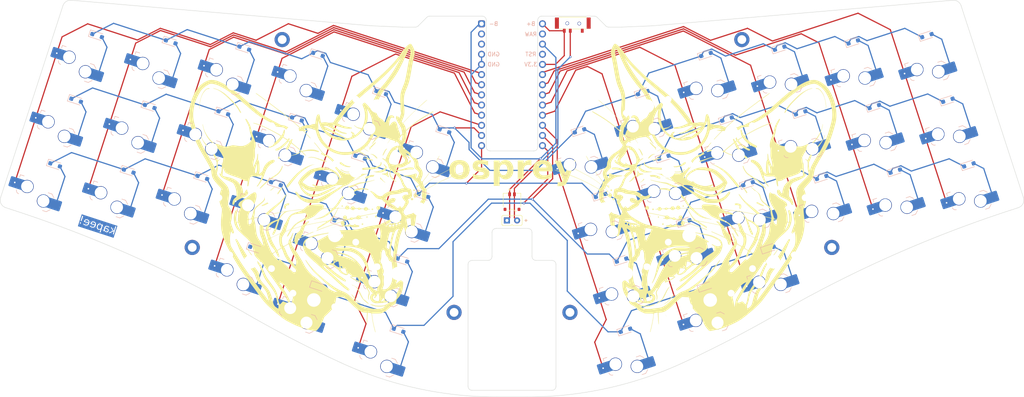
<source format=kicad_pcb>
(kicad_pcb (version 20221018) (generator pcbnew)
  (layers (0 "F.Cu" signal) (31 "B.Cu" signal) (34 "B.Paste" user) (35 "F.Paste" user) (36 "B.SilkS" user "B.Silkscreen") (37 "F.SilkS" user "F.Silkscreen") (38 "B.Mask" user) (39 "F.Mask" user) (44 "Edge.Cuts" user))
  (net 0 "")
  (net 1 "GND")
  (net 2 "Net-(D1-A)")
  (net 3 "Net-(D2-A)")
  (net 4 "Net-(D3-A)")
  (net 5 "Net-(D4-A)")
  (net 6 "Net-(D5-A)")
  (net 7 "Net-(D6-A)")
  (net 8 "Net-(D7-A)")
  (net 9 "Net-(D8-A)")
  (net 10 "Net-(D9-A)")
  (net 11 "Net-(D10-A)")
  (net 12 "Net-(D11-A)")
  (net 13 "Net-(D12-A)")
  (net 14 "Net-(D13-A)")
  (net 15 "Net-(D14-A)")
  (net 16 "Net-(D15-A)")
  (net 17 "Net-(D16-A)")
  (net 18 "Net-(D17-A)")
  (net 19 "Net-(D18-A)")
  (net 20 "Net-(D19-A)")
  (net 21 "Net-(D20-A)")
  (net 22 "Net-(D21-A)")
  (net 23 "Net-(D22-A)")
  (net 24 "Net-(D23-A)")
  (net 25 "Net-(D24-A)")
  (net 26 "Net-(D25-A)")
  (net 27 "Net-(D26-A)")
  (net 28 "Net-(D27-A)")
  (net 29 "Net-(D28-A)")
  (net 30 "Net-(D29-A)")
  (net 31 "Net-(D30-A)")
  (net 32 "Net-(D31-A)")
  (net 33 "Net-(D32-A)")
  (net 34 "Net-(D33-A)")
  (net 35 "Net-(D34-A)")
  (net 36 "Net-(D35-A)")
  (net 37 "Net-(D36-A)")
  (net 38 "Net-(D37-A)")
  (net 39 "Net-(D38-A)")
  (net 40 "Net-(D39-A)")
  (net 41 "Net-(D40-A)")
  (net 42 "Net-(D41-A)")
  (net 43 "Net-(D42-A)")
  (net 48 "3.3V")
  (net 49 "Bat+")
  (net 50 "ROW0")
  (net 51 "ROW1")
  (net 52 "ROW2")
  (net 53 "ROW3")
  (net 54 "COL0")
  (net 55 "COL1")
  (net 56 "COL2")
  (net 57 "COL3")
  (net 58 "COL4")
  (net 59 "COL5")
  (net 60 "COL6")
  (net 61 "COL7")
  (net 62 "COL8")
  (net 63 "COL9")
  (net 64 "COL10")
  (net 65 "COL11")
  (footprint "kapee-keeb-parts:MSK12C02" (layer "F.Cu") (at 164.514895 29.055959 -90)
    (fp_text reference "SW43" hide)
    (fp_text value "SW_DPDT_x2" hide)
  )
  (footprint "MountingHole:MountingHole_2.2mm_M2_DIN965_Pad" (layer "F.Cu") (at 130.937829 102.718007)
    (fp_text reference "H5" hide)
    (fp_text value "M2")
  )
  (footprint "MountingHole:MountingHole_2.2mm_M2_DIN965_Pad" (layer "F.Cu") (at 159.937829 102.718008)
    (fp_text reference "H6" hide)
    (fp_text value "M2")
  )
  (footprint "acheron_Connectors.pretty-master:PinHeader_1x2_P2.54mm_Vertical" (layer "F.Cu") (at 145.437824 79.712573 90)
    (fp_text reference "J3" hide)
    (fp_text value "Conn_01x02_Male" hide)
  )
  (footprint "kapee-keeb-parts:cat" (layer "F.Cu") (at 192.637197 73.453523)
    (fp_text reference "G***" hide)
    (fp_text value "cat" hide)
  )
  (footprint "kapee-keeb-parts:NiceNano" (layer "F.Cu") (at 145.437824 47.030256 -90)
    (fp_text reference "U1" hide)
    (fp_text value "nice_nano" hide)
  )
  (footprint "Connector_JST:JST_ACH_BM02B-ACHSS-GAN-ETF_1x02-1MP_P1.20mm_Vertical" (layer "F.Cu") (at 145.437824 75.042573)
    (fp_text reference "J1" hide)
    (fp_text value "Conn_01x02" hide)
  )
  (footprint "kapee-keeb-parts:cat_m" (layer "F.Cu") (at 98.600927 73.454486)
    (fp_text reference "G***" hide)
    (fp_text value "cat_m" hide)
  )
  (footprint "kapee-keeb-parts:SW_choc_HS_1u" (layer "B.Cu") (at 40.544865 36.857948 162)
    (fp_text reference "SW1" hide)
    (fp_text value "CPG135001S30" hide)
  )
  (footprint "kapee-keeb-parts:SW_choc_HS_1u" (layer "B.Cu") (at 58.961757 38.425822 162)
    (fp_text reference "SW2" hide)
    (fp_text value "CPG135001S30" hide)
  )
  (footprint "kapee-keeb-parts:SW_choc_HS_1u" (layer "B.Cu") (at 77.378644 39.99369 162)
    (fp_text reference "SW3" hide)
    (fp_text value "CPG135001S30" hide)
  )
  (footprint "kapee-keeb-parts:SW_choc_HS_1u" (layer "B.Cu") (at 95.795535 41.561556 162)
    (fp_text reference "SW4" hide)
    (fp_text value "CPG135001S30" hide)
  )
  (footprint "kapee-keeb-parts:SW_choc_HS_1u" (layer "B.Cu") (at 111.616682 51.1183 162)
    (fp_text reference "SW5" hide)
    (fp_text value "CPG135001S30" hide)
  )
  (footprint "kapee-keeb-parts:SW_choc_HS_1u" (layer "B.Cu") (at 127.437827 60.675041 162)
    (fp_text reference "SW6" hide)
    (fp_text value "CPG135001S30" hide)
  )
  (footprint "kapee-keeb-parts:SW_choc_HS_1u" (layer "B.Cu") (at 163.437824 60.675042 -162)
    (fp_text reference "SW7" hide)
    (fp_text value "CPG135001S30" hide)
  )
  (footprint "kapee-keeb-parts:SW_choc_HS_1u" (layer "B.Cu") (at 179.258971 51.118298 -162)
    (fp_text reference "SW8" hide)
    (fp_text value "CPG135001S30" hide)
  )
  (footprint "kapee-keeb-parts:SW_choc_HS_1u" (layer "B.Cu") (at 195.080117 41.561558 -162)
    (fp_text reference "SW9" hide)
    (fp_text value "CPG135001S30" hide)
  )
  (footprint "kapee-keeb-parts:SW_choc_HS_1u" (layer "B.Cu") (at 213.497004 39.993689 -162)
    (fp_text reference "SW10" hide)
    (fp_text value "CPG135001S30" hide)
  )
  (footprint "kapee-keeb-parts:SW_choc_HS_1u" (layer "B.Cu") (at 231.913893 38.42582 -162)
    (fp_text reference "SW11" hide)
    (fp_text value "CPG135001S30" hide)
  )
  (footprint "kapee-keeb-parts:SW_choc_HS_1u" (layer "B.Cu") (at 250.330783 36.85795 -162)
    (fp_text reference "SW12" hide)
    (fp_text value "CPG135001S30" hide)
  )
  (footprint "kapee-keeb-parts:SW_choc_HS_1u" (layer "B.Cu") (at 35.291579 53.025911 162)
    (fp_text reference "SW13" hide)
    (fp_text value "CPG135001S30" hide)
  )
  (footprint "kapee-keeb-parts:SW_choc_HS_1u" (layer "B.Cu") (at 53.708469 54.593781 162)
    (fp_text reference "SW14" hide)
    (fp_text value "CPG135001S30" hide)
  )
  (footprint "kapee-keeb-parts:SW_choc_HS_1u" (layer "B.Cu") (at 72.125357 56.161648 162)
    (fp_text reference "SW15" hide)
    (fp_text value "CPG135001S30" hide)
  )
  (footprint "kapee-keeb-parts:SW_choc_HS_1u" (layer "B.Cu") (at 90.542245 57.729518 162)
    (fp_text reference "SW16" hide)
    (fp_text value "CPG135001S30" hide)
  )
  (footprint "kapee-keeb-parts:SW_choc_HS_1u" (layer "B.Cu") (at 106.363389 67.286262 162)
    (fp_text reference "SW17" hide)
    (fp_text value "CPG135001S30" hide)
  )
  (footprint "kapee-keeb-parts:SW_choc_HS_1u" (layer "B.Cu") (at 122.184536 76.843004 162)
    (fp_text reference "SW18" hide)
    (fp_text value "CPG135001S30" hide)
  )
  (footprint "kapee-keeb-parts:SW_choc_HS_1u" (layer "B.Cu") (at 168.691116 76.843003 -162)
    (fp_text reference "SW19" hide)
    (fp_text value "CPG135001S30" hide)
  )
  (footprint "kapee-keeb-parts:SW_choc_HS_1u" (layer "B.Cu") (at 184.512263 67.286262 -162)
    (fp_text reference "SW20" hide)
    (fp_text value "CPG135001S30" hide)
  )
  (footprint "kapee-keeb-parts:SW_choc_HS_1u" (layer "B.Cu") (at 200.333406 57.729518 -162)
    (fp_text reference "SW21" hide)
    (fp_text value "CPG135001S30" hide)
  )
  (footprint "kapee-keeb-parts:SW_choc_HS_1u" (layer "B.Cu") (at 218.750294 56.161647 -162)
    (fp_text reference "SW22" hide)
    (fp_text value "CPG135001S30" hide)
  )
  (footprint "kapee-keeb-parts:SW_choc_HS_1u" (layer "B.Cu") (at 237.167182 54.593777 -162)
    (fp_text reference "SW23" hide)
    (fp_text value "CPG135001S30" hide)
  )
  (footprint "kapee-keeb-parts:SW_choc_HS_1u" (layer "B.Cu") (at 255.584072 53.025913 -162)
    (fp_text reference "SW24" hide)
    (fp_text value "CPG135001S30" hide)
  )
  (footprint "kapee-keeb-parts:SW_choc_HS_1u" (layer "B.Cu") (at 30.038292 69.193874 162)
    (fp_text reference "SW25" hide)
    (fp_text value "CPG135001S30" hide)
  )
  (footprint "kapee-keeb-parts:SW_choc_HS_1u" (layer "B.Cu") (at 48.455182 70.761741 162)
    (fp_text reference "SW26" hide)
    (fp_text value "CPG135001S30" hide)
  )
  (footprint "kapee-keeb-parts:SW_choc_HS_1u" (layer "B.Cu") (at 66.872069 72.329609 162)
    (fp_text reference "SW27" hide)
    (fp_text value "CPG135001S30" hide)
  )
  (footprint "kapee-keeb-parts:SW_choc_HS_1u" (layer "B.Cu") (at 85.288954 73.897477 162)
    (fp_text reference "SW28" hide)
    (fp_text value "CPG135001S30" hide)
  )
  (footprint "kapee-keeb-parts:SW_choc_HS_1u" (layer "B.Cu") (at 101.110102 83.454221 162)
    (fp_text reference "SW29" hide)
    (fp_text value "CPG135001S30" hide)
  )
  (footprint "kapee-keeb-parts:SW_choc_HS_1u" (layer "B.Cu") (at 116.931249 93.010959 162)
    (fp_text reference "SW30" hide)
    (fp_text value "CPG135001S30" hide)
  )
  (footprint "kapee-keeb-parts:SW_choc_HS_1u" (layer "B.Cu") (at 173.944405 93.010967 -162)
    (fp_text reference "SW31" hide)
    (fp_text value "CPG135001S30" hide)
  )
  (footprint "kapee-keeb-parts:SW_choc_HS_1u" (layer "B.Cu") (at 189.765551 83.454217 -162)
    (fp_text reference "SW32" hide)
    (fp_text value "CPG135001S30" hide)
  )
  (footprint "kapee-keeb-parts:SW_choc_HS_1u" (layer "B.Cu") (at 205.5867 73.897477 -162)
    (fp_text reference "SW33" hide)
    (fp_text value "CPG135001S30" hide)
  )
  (footprint "kapee-keeb-parts:SW_choc_HS_1u" (layer "B.Cu") (at 224.003583 72.329611 -162)
    (fp_text reference "SW34" hide)
    (fp_text value "CPG135001S30" hide)
  )
  (footprint "kapee-keeb-parts:SW_choc_HS_1u" (layer "B.Cu") (at 242.420473 70.761745 -162)
    (fp_text reference "SW35" hide)
    (fp_text value "CPG135001S30" hide)
  )
  (footprint "kapee-keeb-parts:SW_choc_HS_1u" (layer "B.Cu") (at 260.837366 69.193873 -162)
    (fp_text reference "SW36" hide)
    (fp_text value "CPG135001S30" hide)
  )
  (footprint "kapee-keeb-parts:SW_choc_HS_1u" (layer "B.Cu") (at 80.035667 90.065441 162)
    (fp_text reference "SW37" hide)
    (fp_text value "CPG135001S30" hide)
  )
  (footprint "kapee-keeb-parts:SW_choc_HS_1u" (layer "B.Cu") (at 95.856812 99.622182 162)
    (fp_text reference "SW38" hide)
    (fp_text value "CPG135001S30" hide)
  )
  (footprint "kapee-keeb-parts:SW_choc_HS_1.5u" (layer "B.Cu") (at 174.917938 110.569504 -162)
    (fp_text reference "SW40" hide)
    (fp_text value "CPG135001S30" hide)
  )
  (footprint "kapee-keeb-parts:SW_choc_HS_1u" (layer "B.Cu") (at 195.018839 99.622184 -162)
    (fp_text reference "SW41" hide)
    (fp_text value "CPG135001S30" hide)
  )
  (footprint "kapee-keeb-parts:SW_choc_HS_1.5u" (layer "B.Cu") (at 115.957712 110.569502 162)
    (fp_text reference "SW39" hide)
    (fp_text value "CPG135001S30" hide)
  )
  (footprint "kapee-keeb-parts:SW_choc_HS_1u" (layer "B.Cu") (at 210.839983 90.065436 -162)
    (fp_text reference "SW42" hide)
    (fp_text value "CPG135001S30" hide)
  )
  (footprint "Diode_SMD:D_SOD-323_HandSoldering" (layer "B.Cu") (at 91.639257 54.353263 -18)
    (fp_text reference "D16" hide)
    (fp_text value "1N4148WT" hide)
  )
  (footprint "Diode_SMD:D_SOD-323_HandSoldering" (layer "B.Cu") (at 241.323461 67.385491 18)
    (fp_text reference "D35" hide)
    (fp_text value "1N4148WT" hide)
  )
  (footprint "MountingHole:MountingHole_2.2mm_M2_DIN965_Pad" (layer "B.Cu") (at 225.437828 86.468008 180)
    (fp_text reference "H2" hide)
    (fp_text value "M2")
  )
  (footprint "MountingHole:MountingHole_2.2mm_M2_DIN965_Pad" (layer "B.Cu") (at 202.937824 34.468005 180)
    (fp_text reference "H3" hide)
    (fp_text value "M2")
  )
  (footprint "Diode_SMD:D_SOD-323_HandSoldering" (layer "B.Cu") (at 86.385972 70.521226 -18)
    (fp_text reference "D28" hide)
    (fp_text value "1N4148WT" hide)
  )
  (footprint "Diode_SMD:D_SOD-323_HandSoldering" (layer "B.Cu") (at 96.892549 38.1853 -18)
    (fp_text reference "D4" hide)
    (fp_text value "1N4148WT" hide)
  )
  (footprint "Diode_SMD:D_SOD-323_HandSoldering" (layer "B.Cu") (at 178.161959 47.742053 18)
    (fp_text reference "D8" hide)
    (fp_text value "1N4148WT" hide)
  )
  (footprint "Diode_SMD:D_SOD-323_HandSoldering" (layer "B.Cu") (at 172.847391 89.634714 18)
    (fp_text reference "D31" hide)
    (fp_text value "1N4148WT" hide)
  )
  (footprint "Diode_SMD:D_SOD-323_HandSoldering" (layer "B.Cu") (at 60.058766 35.049566 -18)
    (fp_text reference "D2" hide)
    (fp_text value "1N4148WT" hide)
  )
  (footprint "Diode_SMD:D_SOD-323_HandSoldering" (layer "B.Cu") (at 173.820925 107.19325 18)
    (fp_text reference "D40" hide)
    (fp_text value "1N4148WT" hide)
  )
  (footprint "Diode_SMD:D_SOD-323_HandSoldering" (layer "B.Cu") (at 102.207114 80.077966 -18)
    (fp_text reference "D29" hide)
    (fp_text value "1N4148WT" hide)
  )
  (footprint "Diode_SMD:D_SOD-323_HandSoldering" (layer "B.Cu") (at 96.953825 96.245926 -18)
    (fp_text reference "D38" hide)
    (fp_text value "1N4148WT" hide)
  )
  (footprint "Diode_SMD:D_SOD-323_HandSoldering" (layer "B.Cu") (at 112.713694 47.742045 -18)
    (fp_text reference "D5" hide)
    (fp_text value "1N4148WT" hide)
  )
  (footprint "Diode_SMD:D_SOD-323_HandSoldering" (layer "B.Cu") (at 204.489687 70.521228 18)
    (fp_text reference "D33" hide)
    (fp_text value "1N4148WT" hide)
  )
  (footprint "Diode_SMD:D_SOD-323_HandSoldering" (layer "B.Cu") (at 183.415251 63.910013 18)
    (fp_text reference "D20" hide)
    (fp_text value "1N4148WT" hide)
  )
  (footprint "Diode_SMD:D_SOD-323_HandSoldering" (layer "B.Cu") (at 236.070173 51.217531 18)
    (fp_text reference "D23" hide)
    (fp_text value "1N4148WT" hide)
  )
  (footprint "Diode_SMD:D_SOD-323_HandSoldering" (layer "B.Cu") (at 118.028261 89.634713 -18)
    (fp_text reference "D30" hide)
    (fp_text value "1N4148WT" hide)
  )
  (footprint "Diode_SMD:D_SOD-323_HandSoldering" (layer "B.Cu") (at 117.054726 107.19325 -18)
    (fp_text reference "D39" hide)
    (fp_text value "1N4148WT" hide)
  )
  (footprint "Diode_SMD:D_SOD-323_HandSoldering" (layer "B.Cu") (at 31.135304 65.817621 -18)
    (fp_text reference "D25" hide)
    (fp_text value "1N4148WT" hide)
  )
  (footprint "MountingHole:MountingHole_2.2mm_M2_DIN965_Pad" (layer "B.Cu") (at 65.437824 86.468001 180)
    (fp_text reference "H1" hide)
    (fp_text value "M2")
  )
  (footprint "Diode_SMD:D_SOD-323_HandSoldering" (layer "B.Cu") (at 230.816886 35.049569 18)
    (fp_text reference "D11" hide)
    (fp_text value "1N4148WT" hide)
  )
  (footprint "Diode_SMD:D_SOD-323_HandSoldering" (layer "B.Cu") (at 193.983105 38.185305 18)
    (fp_text reference "D9" hide)
    (fp_text value "1N4148WT" hide)
  )
  (footprint "Diode_SMD:D_SOD-323_HandSoldering" (layer "B.Cu") (at 67.969079 68.953357 -18)
    (fp_text reference "D27" hide)
    (fp_text value "1N4148WT" hide)
  )
  (footprint "Diode_SMD:D_SOD-323_HandSoldering" (layer "B.Cu") (at 128.534836 57.298789 -18)
    (fp_text reference "D6" hide)
    (fp_text value "1N4148WT" hide)
  )
  (footprint "Diode_SMD:D_SOD-323_HandSoldering" (layer "B.Cu") (at 36.388593 49.649659 -18)
    (fp_text reference "D13" hide)
    (fp_text value "1N4148WT" hide)
  )
  (footprint "Diode_SMD:D_SOD-323_HandSoldering" (layer "B.Cu") (at 212.399994 36.617439 18)
    (fp_text reference "D10" hide)
    (fp_text value "1N4148WT" hide)
  )
  (footprint "Diode_SMD:D_SOD-323_HandSoldering" (layer "B.Cu") (at 259.740353 65.817622 18)
    (fp_text reference "D36" hide)
    (fp_text value "1N4148WT" hide)
  )
  (footprint "Diode_SMD:D_SOD-323_HandSoldering" (layer "B.Cu") (at 199.236394 54.353267 18)
    (fp_text reference "D21" hide)
    (fp_text value "1N4148WT" hide)
  )
  (footprint "Diode_SMD:D_SOD-323_HandSoldering" (layer "B.Cu") (at 81.132675 86.689187 -18)
    (fp_text reference "D37" hide)
    (fp_text value "1N4148WT" hide)
  )
  (footprint "Diode_SMD:D_SOD-323_HandSoldering" (layer "B.Cu") (at 249.233774 33.481696 18)
    (fp_text reference "D12" hide)
    (fp_text value "1N4148WT" hide)
  )
  (footprint "Diode_SMD:D_SOD-323_HandSoldering" (layer "B.Cu") (at 254.487064 49.649667 18)
    (fp_text reference "D24" hide)
    (fp_text value "1N4148WT" hide)
  )
  (footprint "Diode_SMD:D_SOD-323_HandSoldering" (layer "B.Cu") (at 49.552191 67.385487 -18)
    (fp_text reference "D26" hide)
    (fp_text value "1N4148WT" hide)
  )
  (footprint "MountingHole:MountingHole_2.2mm_M2_DIN965_Pad" (layer "B.Cu") (at 87.937826 34.468004 180)
    (fp_text reference "H4" hide)
    (fp_text value "M2")
  )
  (footprint "Diode_SMD:D_SOD-323_HandSoldering" (layer "B.Cu") (at 193.921827 96.245933 18)
    (fp_text reference "D41" hide)
    (fp_text value "1N4148WT" hide)
  )
  (footprint "Diode_SMD:D_SOD-323_HandSoldering" (layer "B.Cu") (at 162.340815 57.298789 18)
    (fp_text reference "D7" hide)
    (fp_text value "1N4148WT" hide)
  )
  (footprint "Diode_SMD:D_SOD-323_HandSoldering" (layer "B.Cu") (at 209.742973 86.689188 18)
    (fp_text reference "D42" hide)
    (fp_text value "1N4148WT" hide)
  )
  (footprint "Diode_SMD:D_SOD-323_HandSoldering" (layer "B.Cu") (at 107.460403 63.910007 -18)
    (fp_text reference "D17" hide)
    (fp_text value "1N4148WT" hide)
  )
  (footprint "Diode_SMD:D_SOD-323_HandSoldering" (layer "B.Cu") (at 188.668541 80.077968 18)
    (fp_text reference "D32" hide)
    (fp_text value "1N4148WT" hide)
  )
  (footprint "kapee-keeb-parts:kapee_logo" (layer "B.Cu") (at 128.155469 32.067832 180)
    (fp_text reference "REF**" hide)
    (fp_text value "kapee_logo" hide)
  )
  (footprint "Diode_SMD:D_SOD-323_HandSoldering" (layer "B.Cu") (at 222.906572 68.953358 18)
    (fp_text reference "D34" hide)
    (fp_text value "1N4148WT" hide)
  )
  (footprint "Diode_SMD:D_SOD-323_HandSoldering" (layer "B.Cu") (at 167.594104 73.466753 18)
    (fp_text reference "D19" hide)
    (fp_text value "1N4148WT" hide)
  )
  (footprint "Diode_SMD:D_SOD-323_HandSoldering" (layer "B.Cu") (at 41.641442 33.481556 -18)
    (fp_text reference "D1" hide)
    (fp_text value "1N4148WT" hide)
  )
  (footprint "Diode_SMD:D_SOD-323_HandSoldering" (layer "B.Cu") (at 217.653283 52.785397 18)
    (fp_text reference "D22" hide)
    (fp_text value "1N4148WT" hide)
  )
  (footprint "Diode_SMD:D_SOD-323_HandSoldering" (layer "B.Cu") (at 54.804527 51.217216 -18)
    (fp_text reference "D14" hide)
    (fp_text value "1N4148WT" hide)
  )
  (footprint "Diode_SMD:D_SOD-323_HandSoldering" (layer "B.Cu") (at 78.475655 36.617434 -18)
    (fp_text reference "D3" hide)
    (fp_text value "1N4148WT" hide)
  )
  (footprint "Diode_SMD:D_SOD-323_HandSoldering" (layer "B.Cu") (at 123.281547 73.466753 -18)
    (fp_text reference "D18" hide)
    (fp_text value "1N4148WT" hide)
  )
  (footprint "Diode_SMD:D_SOD-323_HandSoldering" (layer "B.Cu") (at 73.222371 52.785394 -18)
    (fp_text reference "D15" hide)
    (fp_text value "1N4148WT" hide)
  )
  (gr_arc (start 149.437826 81.718009) (mid 150.144932 82.010877) (end 150.437827 82.718007) (stroke (width 0.1)) (layer "Edge.Cuts"))
  (gr_arc (start 134.43783 90.71801) (mid 134.7307 90.010887) (end 135.437829 89.718007) (stroke (width 0.1)) (layer "Edge.Cuts"))
  (gr_arc (start 102.679793 115.330086) (mid 90.728641 109.487686) (end 79.054994 103.108843) (stroke (width 0.1)) (layer "Edge.Cuts"))
  (gr_line (start 156.437825 90.718007) (end 156.437827 121.218006) (stroke (width 0.1)) (layer "Edge.Cuts"))
  (gr_arc (start 155.437829 89.718005) (mid 156.144966 90.010846) (end 156.437825 90.718007) (stroke (width 0.1)) (layer "Edge.Cuts"))
  (gr_line (start 33.085419 25.997795) (end 17.489276 74.001511) (stroke (width 0.1)) (layer "Edge.Cuts"))
  (gr_arc (start 124.134808 28.891869) (mid 124.459228 28.675082) (end 124.841915 28.598975) (stroke (width 0.1)) (layer "Edge.Cuts"))
  (gr_arc (start 140.437827 82.718004) (mid 140.73067 82.010854) (end 141.437827 81.718009) (stroke (width 0.1)) (layer "Edge.Cuts"))
  (gr_arc (start 33.085419 25.997795) (mid 33.881694 24.949298) (end 35.157197 24.622992) (stroke (width 0.1)) (layer "Edge.Cuts"))
  (gr_arc (start 156.437827 121.218006) (mid 156.144913 121.925096) (end 155.43783 122.218008) (stroke (width 0.1)) (layer "Edge.Cuts"))
  (gr_arc (start 211.820736 103.10884) (mid 200.14709 109.487681) (end 188.195941 115.330082) (stroke (width 0.1)) (layer "Edge.Cuts"))
  (gr_line (start 138.987701 61.232993) (end 138.987702 61.332992) (stroke (width 0.1)) (layer "Edge.Cuts"))
  (gr_arc (start 135.437832 122.218008) (mid 134.730698 121.925144) (end 134.437829 121.218006) (stroke (width 0.1)) (layer "Edge.Cuts"))
  (gr_line (start 18.773386 76.521623) (end 20.632455 77.125651) (stroke (width 0.1)) (layer "Edge.Cuts"))
  (gr_line (start 151.887196 61.232992) (end 151.887197 61.332992) (stroke (width 0.1)) (layer "Edge.Cuts"))
  (gr_line (start 135.437829 89.718007) (end 139.437826 89.718004) (stroke (width 0.1)) (layer "Edge.Cuts"))
  (gr_line (start 273.386452 74.001516) (end 257.790312 25.997797) (stroke (width 0.1)) (layer "Edge.Cuts"))
  (gr_line (start 141.437824 81.718008) (end 149.437825 81.71801) (stroke (width 0.1)) (layer "Edge.Cuts"))
  (gr_arc (start 139.987701 62.332991) (mid 139.280588 62.040093) (end 138.987702 61.332992) (stroke (width 0.1)) (layer "Edge.Cuts"))
  (gr_line (start 166.734145 28.891867) (end 168.894806 31.052528) (stroke (width 0.1)) (layer "Edge.Cuts"))
  (gr_line (start 138.987701 29.598977) (end 138.987701 30.098977) (stroke (width 0.1)) (layer "Edge.Cuts"))
  (gr_arc (start 151.887197 61.332992) (mid 151.594285 62.040082) (end 150.887197 62.332992) (stroke (width 0.1)) (layer "Edge.Cuts"))
  (gr_arc (start 20.632455 77.125651) (mid 50.52202 88.592116) (end 79.054994 103.108843) (stroke (width 0.1)) (layer "Edge.Cuts"))
  (gr_arc (start 140.437827 88.718005) (mid 140.144941 89.425127) (end 139.437826 89.718004) (stroke (width 0.1)) (layer "Edge.Cuts"))
  (gr_arc (start 211.820736 103.10884) (mid 240.353709 88.592117) (end 270.243272 77.125651) (stroke (width 0.1)) (layer "Edge.Cuts"))
  (gr_line (start 83.687842 28.754534) (end 35.157197 24.622992) (stroke (width 0.1)) (layer "Edge.Cuts"))
  (gr_line (start 207.187889 28.754535) (end 180.565225 31.020998) (stroke (width 0.1)) (layer "Edge.Cuts"))
  (gr_arc (start 137.987702 28.598977) (mid 138.694807 28.891865) (end 138.987701 29.598977) (stroke (width 0.1)) (layer "Edge.Cuts"))
  (gr_line (start 124.841915 28.598975) (end 137.987701 28.598976) (stroke (width 0.1)) (layer "Edge.Cuts"))
  (gr_arc (start 141.616947 123.873597) (mid 121.685227 121.712618) (end 102.679793 115.330086) (stroke (width 0.1)) (layer "Edge.Cuts"))
  (gr_line (start 138.987701 29.598977) (end 138.987701 29.598977) (stroke (width 0.1)) (layer "Edge.Cuts"))
  (gr_arc (start 121.970597 31.056082) (mid 121.646168 31.272833) (end 121.263489 31.348975) (stroke (width 0.1)) (layer "Edge.Cuts"))
  (gr_arc (start 169.601913 31.345421) (mid 169.219232 31.269296) (end 168.894806 31.052527) (stroke (width 0.1)) (layer "Edge.Cuts"))
  (gr_line (start 121.263489 31.348975) (end 118.02965 31.348975) (stroke (width 0.1)) (layer "Edge.Cuts"))
  (gr_line (start 255.718532 24.622994) (end 207.187889 28.754535) (stroke (width 0.1)) (layer "Edge.Cuts"))
  (gr_line (start 180.565225 31.020998) (end 172.846079 31.348972) (stroke (width 0.1)) (layer "Edge.Cuts"))
  (gr_arc (start 188.195941 115.330082) (mid 169.190505 121.712621) (end 149.258782 123.8736) (stroke (width 0.1)) (layer "Edge.Cuts"))
  (gr_line (start 152.887197 28.598974) (end 166.027037 28.598975) (stroke (width 0.1)) (layer "Edge.Cuts"))
  (gr_line (start 150.437827 82.718007) (end 150.437827 88.718008) (stroke (width 0.1)) (layer "Edge.Cuts"))
  (gr_line (start 169.601913 31.345421) (end 172.846079 31.34542) (stroke (width 0.1)) (layer "Edge.Cuts"))
  (gr_line (start 151.887196 30.098973) (end 151.887196 61.232992) (stroke (width 0.1)) (layer "Edge.Cuts"))
  (gr_line (start 150.884895 62.332992) (end 150.834893 62.332992) (stroke (width 0.1)) (layer "Edge.Cuts"))
  (gr_line (start 118.02965 31.348975) (end 110.310503 31.020992) (stroke (width 0.1)) (layer "Edge.Cuts"))
  (gr_line (start 151.437828 89.718009) (end 155.437829 89.718005) (stroke (width 0.1)) (layer "Edge.Cuts"))
  (gr_line (start 151.887197 29.598973) (end 151.887196 30.098973) (stroke (width 0.1)) (layer "Edge.Cuts"))
  (gr_line (start 121.970597 31.056082) (end 124.134808 28.891869) (stroke (width 0.1)) (layer "Edge.Cuts"))
  (gr_line (start 140.437827 88.718005) (end 140.437827 82.718004) (stroke (width 0.1)) (layer "Edge.Cuts"))
  (gr_line (start 150.837195 62.332992) (end 140.037701 62.332992) (stroke (width 0.1)) (layer "Edge.Cuts"))
  (gr_arc (start 255.718532 24.622994) (mid 256.994037 24.949305) (end 257.790312 25.997797) (stroke (width 0.1)) (layer "Edge.Cuts"))
  (gr_arc (start 151.437828 89.718009) (mid 150.730726 89.425115) (end 150.437827 88.718008) (stroke (width 0.1)) (layer "Edge.Cuts"))
  (gr_line (start 138.987701 30.098977) (end 138.987701 61.232993) (stroke (width 0.1)) (layer "Edge.Cuts"))
  (gr_line (start 270.243272 77.125651) (end 272.102343 76.52162) (stroke (width 0.1)) (layer "Edge.Cuts"))
  (gr_line (start 139.984894 62.332991) (end 140.034896 62.332991) (stroke (width 0.1)) (layer "Edge.Cuts"))
  (gr_line (start 151.887197 29.598973) (end 151.887197 29.598973) (stroke (width 0.1)) (layer "Edge.Cuts"))
  (gr_line (start 110.310503 31.020992) (end 83.687842 28.754534) (stroke (width 0.1)) (layer "Edge.Cuts"))
  (gr_arc (start 166.027037 28.598975) (mid 166.409715 28.675102) (end 166.734145 28.891867) (stroke (width 0.1)) (layer "Edge.Cuts"))
  (gr_line (start 155.43783 122.218008) (end 135.437832 122.218008) (stroke (width 0.1)) (layer "Edge.Cuts"))
  (gr_arc (start 18.773386 76.521623) (mid 17.60943 75.527509) (end 17.489276 74.001511) (stroke (width 0.1)) (layer "Edge.Cuts"))
  (gr_line (start 141.616947 123.873597) (end 149.258782 123.8736) (stroke (width 0.1)) (layer "Edge.Cuts"))
  (gr_arc (start 151.887197 29.598973) (mid 152.180108 28.891891) (end 152.887197 28.598974) (stroke (width 0.1)) (layer "Edge.Cuts"))
  (gr_arc (start 273.386452 74.001516) (mid 273.266336 75.527512) (end 272.102343 76.52162) (stroke (width 0.1)) (layer "Edge.Cuts"))
  (gr_line (start 134.437829 121.218006) (end 134.43783 90.71801) (stroke (width 0.1)) (layer "Edge.Cuts"))
  (gr_text "+" (at 148.929895 79.65596) (layer "B.SilkS") (effects (font (size 0.8 0.8))))
  (gr_text "osprey" (at 145.437824 70.342991) (layer "F.SilkS") (effects (font (size 6 6) (thickness 0.3) bold) (justify bottom)))
  (segment (start 152.499619 64.301982) (end 144.837825 71.963776) (width 0.3) (layer "F.Cu") (net 1))
  (segment (start 144.837823 79.042574) (end 144.167824 79.712574) (width 0.3) (layer "F.Cu") (net 1))
  (segment (start 144.837825 71.963776) (end 144.837823 79.042574) (width 0.3) (layer "F.Cu") (net 1))
  (via (at 152.499619 64.301982) (size 0.6) (drill 0.3) (layers "F.Cu" "B.Cu") (net 1))
  (segment (start 152.499619 64.301982) (end 137.949619 64.301982) (width 0.3) (layer "B.Cu") (net 1))
  (segment (start 135.195469 43.527832) (end 135.195469 43.302611) (width 0.3) (layer "B.Cu") (net 1))
  (segment (start 135.195469 61.547832) (end 135.195469 43.527832) (width 0.3) (layer "B.Cu") (net 1))
  (segment (start 152.499619 64.301982) (end 156.415469 60.386132) (width 0.3) (layer "B.Cu") (net 1))
  (segment (start 135.195469 43.527832) (end 135.195469 32.642608) (width 0.3) (layer "B.Cu") (net 1))
  (segment (start 137.949619 64.301982) (end 135.195469 61.547832) (width 0.3) (layer "B.Cu") (net 1))
  (segment (start 135.195469 32.642608) (end 135.372857 32.46522) (width 0.3) (layer "B.Cu") (net 1))
  (segment (start 137.817824 38.140256) (end 137.817824 40.680256) (width 0.3) (layer "B.Cu") (net 1))
  (segment (start 156.415469 38.9579) (end 153.057824 35.600255) (width 0.3) (layer "B.Cu") (net 1))
  (segment (start 135.372857 32.46522) (end 137.817824 30.020255) (width 0.3) (layer "B.Cu") (net 1))
  (segment (start 135.200216 43.297864) (end 137.817824 40.680256) (width 0.3) (layer "B.Cu") (net 1))
  (segment (start 135.195469 43.302611) (end 135.200216 43.297864) (width 0.3) (layer "B.Cu") (net 1))
  (segment (start 137.917025 37.834946) (end 137.817824 37.640254) (width 0.3) (layer "B.Cu") (net 1))
  (segment (start 156.415469 60.386132) (end 156.415469 38.9579) (width 0.3) (layer "B.Cu") (net 1))
  (segment (start 41.792392 43.519491) (end 44.111424 36.382244) (width 0.3) (layer "B.Cu") (net 2))
  (segment (start 44.111424 36.382244) (end 42.830262 33.867825) (width 0.3) (layer "B.Cu") (net 2))
  (segment (start 60.209284 45.087366) (end 62.528456 37.949688) (width 0.3) (layer "B.Cu") (net 3))
  (segment (start 62.528456 37.949688) (end 61.24759 35.435838) (width 0.3) (layer "B.Cu") (net 3))
  (segment (start 78.626171 46.655236) (end 80.945345 39.517551) (width 0.3) (layer "B.Cu") (net 4))
  (segment (start 80.945345 39.517551) (end 79.664477 37.003703) (width 0.3) (layer "B.Cu") (net 4))
  (segment (start 97.043063 48.223102) (end 99.362235 41.085419) (width 0.3) (layer "B.Cu") (net 5))
  (segment (start 99.362235 41.085419) (end 98.081368 38.571575) (width 0.3) (layer "B.Cu") (net 5))
  (segment (start 112.864213 57.779848) (end 115.183386 50.642164) (width 0.3) (layer "B.Cu") (net 6))
  (segment (start 115.183386 50.642164) (end 113.902518 48.128317) (width 0.3) (layer "B.Cu") (net 6))
  (segment (start 131.004525 60.198907) (end 129.723662 57.68506) (width 0.3) (layer "B.Cu") (net 7))
  (segment (start 128.685356 67.336588) (end 131.004525 60.198907) (width 0.3) (layer "B.Cu") (net 7))
  (segment (start 166.043486 58.193389) (end 163.529635 56.91252) (width 0.3) (layer "B.Cu") (net 8))
  (segment (start 168.362656 65.331066) (end 166.043486 58.193389) (width 0.3) (layer "B.Cu") (net 8))
  (segment (start 181.86463 48.63665) (end 179.350781 47.355781) (width 0.3) (layer "B.Cu") (net 9))
  (segment (start 184.1838 55.774326) (end 181.86463 48.63665) (width 0.3) (layer "B.Cu") (net 9))
  (segment (start 197.685776 39.079905) (end 195.171924 37.799035) (width 0.3) (layer "B.Cu") (net 10))
  (segment (start 200.004946 46.217583) (end 197.685776 39.079905) (width 0.3) (layer "B.Cu") (net 10))
  (segment (start 216.102664 37.512035) (end 213.588815 36.231169) (width 0.3) (layer "B.Cu") (net 11))
  (segment (start 218.421835 44.649715) (end 216.102664 37.512035) (width 0.3) (layer "B.Cu") (net 11))
  (segment (start 234.519549 35.944167) (end 232.005706 34.6633) (width 0.3) (layer "B.Cu") (net 12))
  (segment (start 236.838726 43.081846) (end 234.519549 35.944167) (width 0.3) (layer "B.Cu") (net 12))
  (segment (start 255.255612 41.513977) (end 252.936437 34.376294) (width 0.3) (layer "B.Cu") (net 13))
  (segment (start 252.936437 34.376294) (end 250.422594 33.095427) (width 0.3) (layer "B.Cu") (net 13))
  (segment (start 38.858281 52.549775) (end 37.577412 50.035929) (width 0.3) (layer "B.Cu") (net 14))
  (segment (start 36.539106 59.687458) (end 38.858281 52.549775) (width 0.3) (layer "B.Cu") (net 14))
  (segment (start 57.274861 54.118598) (end 55.993348 51.603489) (width 0.3) (layer "B.Cu") (net 15))
  (segment (start 54.955995 61.255328) (end 57.274861 54.118598) (width 0.3) (layer "B.Cu") (net 15))
  (segment (start 73.372886 62.823195) (end 75.69206 55.68551) (width 0.3) (layer "B.Cu") (net 16))
  (segment (start 75.69206 55.68551) (end 74.411191 53.171665) (width 0.3) (layer "B.Cu") (net 16))
  (segment (start 94.108944 57.253378) (end 92.828076 54.739537) (width 0.3) (layer "B.Cu") (net 17))
  (segment (start 91.78977 64.391065) (end 94.108944 57.253378) (width 0.3) (layer "B.Cu") (net 17))
  (segment (start 107.610917 73.947807) (end 109.930092 66.810126) (width 0.3) (layer "B.Cu") (net 18))
  (segment (start 109.930092 66.810126) (end 108.649223 64.296278) (width 0.3) (layer "B.Cu") (net 18))
  (segment (start 125.751237 76.366868) (end 124.470368 73.853022) (width 0.3) (layer "B.Cu") (net 19))
  (segment (start 123.432063 83.504552) (end 125.751237 76.366868) (width 0.3) (layer "B.Cu") (net 19))
  (segment (start 171.296773 74.361351) (end 168.782922 73.080482) (width 0.3) (layer "B.Cu") (net 20))
  (segment (start 173.615946 81.499029) (end 171.296773 74.361351) (width 0.3) (layer "B.Cu") (net 20))
  (segment (start 189.43709 71.942285) (end 187.117925 64.804612) (width 0.3) (layer "B.Cu") (net 21))
  (segment (start 187.117925 64.804612) (end 184.604069 63.523741) (width 0.3) (layer "B.Cu") (net 21))
  (segment (start 205.258232 62.385542) (end 202.939065 55.247868) (width 0.3) (layer "B.Cu") (net 22))
  (segment (start 202.939065 55.247868) (end 200.425214 53.966998) (width 0.3) (layer "B.Cu") (net 22))
  (segment (start 221.355952 53.679995) (end 218.842105 52.399126) (width 0.3) (layer "B.Cu") (net 23))
  (segment (start 223.675123 60.817669) (end 221.355952 53.679995) (width 0.3) (layer "B.Cu") (net 23))
  (segment (start 242.092011 59.249806) (end 239.772842 52.112131) (width 0.3) (layer "B.Cu") (net 24))
  (segment (start 239.772842 52.112131) (end 237.258995 50.83126) (width 0.3) (layer "B.Cu") (net 24))
  (segment (start 260.508905 57.68194) (end 258.189728 50.544264) (width 0.3) (layer "B.Cu") (net 25))
  (segment (start 258.189728 50.544264) (end 255.675885 49.263397) (width 0.3) (layer "B.Cu") (net 25))
  (segment (start 33.604993 68.717733) (end 32.324125 66.203891) (width 0.3) (layer "B.Cu") (net 26))
  (segment (start 31.285819 75.855419) (end 33.604993 68.717733) (width 0.3) (layer "B.Cu") (net 26))
  (segment (start 52.02188 70.285603) (end 50.741011 67.77176) (width 0.3) (layer "B.Cu") (net 27))
  (segment (start 49.702707 77.423287) (end 52.02188 70.285603) (width 0.3) (layer "B.Cu") (net 27))
  (segment (start 70.438769 71.853474) (end 69.157901 69.339628) (width 0.3) (layer "B.Cu") (net 28))
  (segment (start 68.119597 78.991155) (end 70.438769 71.853474) (width 0.3) (layer "B.Cu") (net 28))
  (segment (start 88.855658 73.421339) (end 87.57479 70.907496) (width 0.3) (layer "B.Cu") (net 29))
  (segment (start 86.536486 80.559021) (end 88.855658 73.421339) (width 0.3) (layer "B.Cu") (net 29))
  (segment (start 102.357628 90.115771) (end 104.676804 82.978083) (width 0.3) (layer "B.Cu") (net 30))
  (segment (start 104.676804 82.978083) (end 103.395936 80.464237) (width 0.3) (layer "B.Cu") (net 30))
  (segment (start 120.497946 92.534826) (end 119.217081 90.020981) (width 0.3) (layer "B.Cu") (net 31))
  (segment (start 118.178776 99.672507) (end 120.497946 92.534826) (width 0.3) (layer "B.Cu") (net 31))
  (segment (start 178.869233 97.666992) (end 176.550058 90.529313) (width 0.3) (layer "B.Cu") (net 32))
  (segment (start 176.550058 90.529313) (end 174.036213 89.248444) (width 0.3) (layer "B.Cu") (net 32))
  (segment (start 194.690377 88.110243) (end 192.371208 80.972567) (width 0.3) (layer "B.Cu") (net 33))
  (segment (start 192.371208 80.972567) (end 189.857361 79.691701) (width 0.3) (layer "B.Cu") (net 33))
  (segment (start 210.511527 78.553503) (end 208.192353 71.415824) (width 0.3) (layer "B.Cu") (net 34))
  (segment (start 208.192353 71.415824) (end 205.678506 70.134956) (width 0.3) (layer "B.Cu") (net 34))
  (segment (start 228.928412 76.985635) (end 226.60924 69.847957) (width 0.3) (layer "B.Cu") (net 35))
  (segment (start 226.60924 69.847957) (end 224.095393 68.567088) (width 0.3) (layer "B.Cu") (net 35))
  (segment (start 247.345303 75.417771) (end 245.026127 68.280093) (width 0.3) (layer "B.Cu") (net 36))
  (segment (start 245.026127 68.280093) (end 242.512282 66.999222) (width 0.3) (layer "B.Cu") (net 36))
  (segment (start 263.443025 66.712221) (end 260.929171 65.43135) (width 0.3) (layer "B.Cu") (net 37))
  (segment (start 265.762194 73.849896) (end 263.443025 66.712221) (width 0.3) (layer "B.Cu") (net 37))
  (segment (start 83.602368 89.589306) (end 82.321498 87.075458) (width 0.3) (layer "B.Cu") (net 38))
  (segment (start 81.283193 96.726987) (end 83.602368 89.589306) (width 0.3) (layer "B.Cu") (net 38))
  (segment (start 97.10434 106.28373) (end 99.423515 99.146042) (width 0.3) (layer "B.Cu") (net 39))
  (segment (start 99.423515 99.146042) (end 98.142646 96.632199) (width 0.3) (layer "B.Cu") (net 39))
  (segment (start 117.205239 117.231047) (end 119.524413 110.09336) (width 0.3) (layer "B.Cu") (net 40))
  (segment (start 119.524413 110.09336) (end 118.243546 107.579519) (width 0.3) (layer "B.Cu") (net 40))
  (segment (start 177.523596 108.08785) (end 175.009747 106.806981) (width 0.3) (layer "B.Cu") (net 41))
  (segment (start 179.842765 115.225528) (end 177.523596 108.08785) (width 0.3) (layer "B.Cu") (net 41))
  (segment (start 199.943664 104.278207) (end 197.624493 97.140532) (width 0.3) (layer "B.Cu") (net 42))
  (segment (start 197.624493 97.140532) (end 195.110649 95.859663) (width 0.3) (layer "B.Cu") (net 42))
  (segment (start 215.764814 94.721465) (end 213.445643 87.58379) (width 0.3) (layer "B.Cu") (net 43))
  (segment (start 213.445643 87.58379) (end 210.931796 86.302916) (width 0.3) (layer "B.Cu") (net 43))
  (segment (start 153.057824 30.520255) (end 154.793527 32.255959) (width 0.3) (layer "F.Cu") (net 48))
  (segment (start 158.514895 38.478406) (end 156.313045 40.680256) (width 0.3) (layer "F.Cu") (net 48))
  (segment (start 156.313045 40.680256) (end 153.057824 40.680256) (width 0.3) (layer "F.Cu") (net 48))
  (segment (start 154.793527 32.255959) (end 158.514895 32.255959) (width 0.3) (layer "F.Cu") (net 48))
  (segment (start 158.514895 32.255959) (end 158.514895 38.478406) (width 0.3) (layer "F.Cu") (net 48))
  (segment (start 151.902169 65.817964) (end 146.037824 71.68231) (width 0.3) (layer "F.Cu") (net 49))
  (segment (start 146.707824 79.712574) (end 146.037824 79.042575) (width 0.3) (layer "F.Cu") (net 49))
  (segment (start 146.037824 71.68231) (end 146.037825 73.167575) (width 0.3) (layer "F.Cu") (net 49))
  (segment (start 160.014895 38.798406) (end 160.014896 38.798405) (width 0.3) (layer "F.Cu") (net 49))
  (segment (start 160.014896 38.798405) (end 160.014896 32.255959) (width 0.3) (layer "F.Cu") (net 49))
  (segment (start 146.037824 79.042575) (end 146.037825 73.167575) (width 0.3) (layer "F.Cu") (net 49))
  (via (at 151.902169 65.817964) (size 0.6) (drill 0.3) (layers "F.Cu" "B.Cu") (net 49))
  (via (at 160.014895 38.798406) (size 0.6) (drill 0.3) (layers "F.Cu" "B.Cu") (net 49))
  (segment (start 156.915469 41.897832) (end 156.915469 60.804664) (width 0.3) (layer "B.Cu") (net 49))
  (segment (start 160.014895 38.798406) (end 156.915469 41.897832) (width 0.3) (layer "B.Cu") (net 49))
  (segment (start 156.915469 60.804664) (end 151.902169 65.817964) (width 0.3) (layer "B.Cu") (net 49))
  (segment (start 135.920559 56.562992) (end 137.817824 58.460255) (width 0.3) (layer "F.Cu") (net 50))
  (segment (start 131.057197 56.562991) (end 135.920559 56.562992) (width 0.3) (layer "F.Cu") (net 50))
  (via (at 131.057197 56.562991) (size 0.6) (drill 0.3) (layers "F.Cu" "B.Cu") (net 50))
  (segment (start 131.057197 56.562991) (end 127.695541 56.562992) (width 0.3) (layer "B.Cu") (net 50))
  (segment (start 116.029495 50.125115) (end 125.446732 53.18496) (width 0.3) (layer "B.Cu") (net 50))
  (segment (start 98.846308 37.926374) (end 100.003138 40.196768) (width 0.3) (layer "B.Cu") (net 50))
  (segment (start 179.669708 42.836014) (end 192.794284 38.571576) (width 0.3) (layer "B.Cu") (net 50))
  (segment (start 193.340019 37.500515) (end 195.388279 36.834994) (width 0.3) (layer "B.Cu") (net 50))
  (segment (start 134.695469 61.971266) (end 139.917196 67.192993) (width 0.3) (layer "B.Cu") (net 50))
  (segment (start 79.680974 35.011288) (end 92.805552 39.275724) (width 0.3) (layer "B.Cu") (net 50))
  (segment (start 92.805552 39.275724) (end 96.774788 37.253296) (width 0.3) (layer "B.Cu") (net 50))
  (segment (start 64.16226 31.966729) (end 77.286833 36.231161) (width 0.3) (layer "B.Cu") (net 50))
  (segment (start 45.744932 30.398718) (end 58.869945 34.663296) (width 0.3) (layer "B.Cu") (net 50))
  (segment (start 216.741214 36.767196) (end 226.205626 33.692021) (width 0.3) (layer "B.Cu") (net 50))
  (segment (start 77.286833 36.231161) (end 79.680974 35.011288) (width 0.3) (layer "B.Cu") (net 50))
  (segment (start 211.75691 35.932649) (end 213.800282 35.268717) (width 0.3) (layer "B.Cu") (net 50))
  (segment (start 109.4394 43.262801) (end 111.524874 47.355777) (width 0.3) (layer "B.Cu") (net 50))
  (segment (start 192.794284 38.571576) (end 193.340019 37.500515) (width 0.3) (layer "B.Cu") (net 50))
  (segment (start 139.917196 67.192993) (end 151.446379 67.192993) (width 0.3) (layer "B.Cu") (net 50))
  (segment (start 234.23825 34.730638) (end 243.702663 31.655462) (width 0.3) (layer "B.Cu") (net 50))
  (segment (start 232.217175 33.700847) (end 234.23825 34.730638) (width 0.3) (layer "B.Cu") (net 50))
  (segment (start 114.686481 47.489299) (end 116.029495 50.125115) (width 0.3) (layer "B.Cu") (net 50))
  (segment (start 176.97314 48.128325) (end 163.848556 52.392759) (width 0.3) (layer "B.Cu") (net 50))
  (segment (start 198.845842 38.59671) (end 208.305363 35.523126) (width 0.3) (layer "B.Cu") (net 50))
  (segment (start 176.97314 48.128325) (end 179.669708 42.836014) (width 0.3) (layer "B.Cu") (net 50))
  (segment (start 195.388279 36.834994) (end 198.845842 38.59671) (width 0.3) (layer "B.Cu") (net 50))
  (segment (start 100.003138 40.196768) (end 109.4394 43.262801) (width 0.3) (layer "B.Cu") (net 50))
  (segment (start 125.446732 53.18496) (end 127.346017 56.912518) (width 0.3) (layer "B.Cu") (net 50))
  (segment (start 230.173797 34.364779) (end 232.217175 33.700847) (width 0.3) (layer "B.Cu") (net 50))
  (segment (start 243.702663 31.655462) (end 248.044954 33.86797) (width 0.3) (layer "B.Cu") (net 50))
  (segment (start 211.211174 37.003709) (end 211.75691 35.932649) (width 0.3) (layer "B.Cu") (net 50))
  (segment (start 58.869945 34.663296) (end 64.16226 31.966729) (width 0.3) (layer "B.Cu") (net 50))
  (segment (start 213.800282 35.268717) (end 216.741214 36.767196) (width 0.3) (layer "B.Cu") (net 50))
  (segment (start 134.695469 60.201263) (end 134.695469 61.971266) (width 0.3) (layer "B.Cu") (net 50))
  (segment (start 226.205626 33.692021) (end 229.628066 35.435841) (width 0.3) (layer "B.Cu") (net 50))
  (segment (start 127.695541 56.562992) (end 127.346014 56.912518) (width 0.3) (layer "B.Cu") (net 50))
  (segment (start 96.774788 37.253296) (end 98.846308 37.926374) (width 0.3) (layer "B.Cu") (net 50))
  (segment (start 208.305363 35.523126) (end 211.211174 37.003709) (width 0.3) (layer "B.Cu") (net 50))
  (segment (start 111.524874 47.355777) (end 112.595937 46.810042) (width 0.3) (layer "B.Cu") (net 50))
  (segment (start 229.628066 35.435841) (end 230.173797 34.364779) (width 0.3) (layer "B.Cu") (net 50))
  (segment (start 131.057197 56.562991) (end 134.695469 60.201263) (width 0.3) (layer "B.Cu") (net 50))
  (segment (start 112.595937 46.810042) (end 114.686481 47.489299) (width 0.3) (layer "B.Cu") (net 50))
  (segment (start 151.446379 67.192993) (end 160.954311 57.685061) (width 0.3) (layer "B.Cu") (net 50))
  (segment (start 160.954311 57.685061) (end 161.151995 57.685061) (width 0.3) (layer "B.Cu") (net 50))
  (segment (start 163.848556 52.392759) (end 161.151994 57.685064) (width 0.3) (layer "B.Cu") (net 50))
  (segment (start 40.452622 33.095282) (end 45.744932 30.398718) (width 0.3) (layer "B.Cu") (net 50))
  (segment (start 137.817824 66.612365) (end 137.817824 61.000256) (width 0.3) (layer "F.Cu") (net 51))
  (segment (start 134.027196 70.402991) (end 137.817824 66.612365) (width 0.3) (layer "F.Cu") (net 51))
  (via (at 134.027196 70.402991) (size 0.6) (drill 0.3) (layers "F.Cu" "B.Cu") (net 51))
  (segment (start 169.101848 68.560719) (end 182.226429 64.296284) (width 0.3) (layer "B.Cu") (net 51))
  (segment (start 58.908021 48.134379) (end 72.033552 52.39912) (width 0.3) (layer "B.Cu") (net 51))
  (segment (start 40.492078 46.56682) (end 53.615707 50.830946) (width 0.3) (layer "B.Cu") (net 51))
  (segment (start 184.922997 59.003971) (end 198.047573 54.73954) (width 0.3) (layer "B.Cu") (net 51))
  (segment (start 162.955252 70.402992) (end 166.405284 73.853024) (width 0.3) (layer "B.Cu") (net 51))
  (segment (start 72.033552 52.39912) (end 77.325857 49.702556) (width 0.3) (layer "B.Cu") (net 51))
  (segment (start 198.593308 53.668476) (end 200.636679 53.004544) (width 0.3) (layer "B.Cu") (net 51))
  (segment (start 198.047573 54.73954) (end 198.593308 53.668476) (width 0.3) (layer "B.Cu") (net 51))
  (segment (start 104.218205 59.49376) (end 106.271581 63.523736) (width 0.3) (layer "B.Cu") (net 51))
  (segment (start 234.881356 51.603802) (end 235.427088 50.532737) (width 0.3) (layer "B.Cu") (net 51))
  (segment (start 166.405282 73.853025) (end 169.101848 68.560719) (width 0.3) (layer "B.Cu") (net 51))
  (segment (start 211.983566 50.888537) (end 216.464463 53.17167) (width 0.3) (layer "B.Cu") (net 51))
  (segment (start 221.717289 52.793906) (end 231.181695 49.718733) (width 0.3) (layer "B.Cu") (net 51))
  (segment (start 93.612045 54.100515) (end 94.80097 56.433914) (width 0.3) (layer "B.Cu") (net 51))
  (segment (start 107.342642 62.978004) (end 109.395149 63.644903) (width 0.3) (layer "B.Cu") (net 51))
  (segment (start 90.450435 53.966993) (end 91.521501 53.421258) (width 0.3) (layer "B.Cu") (net 51))
  (segment (start 91.521501 53.421258) (end 93.612045 54.100515) (width 0.3) (layer "B.Cu") (net 51))
  (segment (start 35.19977 49.263387) (end 40.492078 46.56682) (width 0.3) (layer "B.Cu") (net 51))
  (segment (start 120.071454 69.113506) (end 122.092726 73.080482) (width 0.3) (layer "B.Cu") (net 51))
  (segment (start 182.226429 64.296284) (end 184.922997 59.003971) (width 0.3) (layer "B.Cu") (net 51))
  (segment (start 231.181695 49.718733) (end 234.881356 51.603802) (width 0.3) (layer "B.Cu") (net 51))
  (segment (start 249.434773 48.067398) (end 253.298242 50.035937) (width 0.3) (layer "B.Cu") (net 51))
  (segment (start 202.519151 53.963712) (end 211.983566 50.888537) (width 0.3) (layer "B.Cu") (net 51))
  (segment (start 217.010198 52.100603) (end 219.05357 51.436674) (width 0.3) (layer "B.Cu") (net 51))
  (segment (start 216.464463 53.17167) (end 217.010198 52.100603) (width 0.3) (layer "B.Cu") (net 51))
  (segment (start 124.770215 70.402992) (end 122.092724 73.080481) (width 0.3) (layer "B.Cu") (net 51))
  (segment (start 53.615707 50.830946) (end 58.908021 48.134379) (width 0.3) (layer "B.Cu") (net 51))
  (segment (start 134.027196 70.402991) (end 124.770215 70.402992) (width 0.3) (layer "B.Cu") (net 51))
  (segment (start 77.325857 49.702556) (end 90.450435 53.966993) (width 0.3) (layer "B.Cu") (net 51))
  (segment (start 109.395149 63.644903) (end 110.616176 66.041302) (width 0.3) (layer "B.Cu") (net 51))
  (segment (start 110.616176 66.041302) (end 120.071454 69.113506) (width 0.3) (layer "B.Cu") (net 51))
  (segment (start 239.970365 51.142573) (end 249.434773 48.067398) (width 0.3) (layer "B.Cu") (net 51))
  (segment (start 200.636679 53.004544) (end 202.519151 53.963712) (width 0.3) (layer "B.Cu") (net 51))
  (segment (start 106.271581 63.523736) (end 107.342642 62.978004) (width 0.3) (layer "B.Cu") (net 51))
  (segment (start 134.027196 70.402991) (end 162.955252 70.402992) (width 0.3) (layer "B.Cu") (net 51))
  (segment (start 219.05357 51.436674) (end 221.717289 52.793906) (width 0.3) (layer "B.Cu") (net 51))
  (segment (start 237.470462 49.868807) (end 239.970365 51.142573) (width 0.3) (layer "B.Cu") (net 51))
  (segment (start 235.427088 50.532737) (end 237.470462 49.868807) (width 0.3) (layer "B.Cu") (net 51))
  (segment (start 94.80097 56.433914) (end 104.218205 59.49376) (width 0.3) (layer "B.Cu") (net 51))
  (segment (start 155.597197 60.999628) (end 153.057824 58.460255) (width 0.3) (layer "F.Cu") (net 52))
  (segment (start 150.546696 74.33743) (end 155.597197 69.28693) (width 0.3) (layer "F.Cu") (net 52))
  (segment (start 150.546697 74.392991) (end 150.546696 74.33743) (width 0.3) (layer "F.Cu") (net 52))
  (segment (start 155.597197 69.28693) (end 155.597197 60.999628) (width 0.3) (layer "F.Cu") (net 52))
  (via (at 150.546697 74.392991) (size 0.6) (drill 0.3) (layers "F.Cu" "B.Cu") (net 52))
  (segment (start 240.134643 67.771765) (end 240.680376 66.700701) (width 0.3) (layer "B.Cu") (net 52))
  (segment (start 119.315304 86.772574) (end 116.839439 89.248439) (width 0.3) (layer "B.Cu") (net 52))
  (segment (start 150.546697 74.392991) (end 164.276278 88.122574) (width 0.3) (layer "B.Cu") (net 52))
  (segment (start 190.176285 75.171933) (end 203.300868 70.907497) (width 0.3) (layer "B.Cu") (net 52))
  (segment (start 105.351936 82.016441) (end 104.246476 79.846852) (width 0.3) (layer "B.Cu") (net 52))
  (segment (start 150.546697 74.392991) (end 139.511184 74.392991) (width 0.3) (layer "B.Cu") (net 52))
  (segment (start 127.131603 86.772573) (end 119.315304 86.772574) (width 0.3) (layer "B.Cu") (net 52))
  (segment (start 240.680376 66.700701) (end 242.72375 66.036768) (width 0.3) (layer "B.Cu") (net 52))
  (segment (start 242.72375 66.036768) (end 245.33706 67.368319) (width 0.3) (layer "B.Cu") (net 52))
  (segment (start 217.791285 67.338994) (end 221.717752 69.339633) (width 0.3) (layer "B.Cu") (net 52))
  (segment (start 203.846597 69.836432) (end 205.889973 69.172503) (width 0.3) (layer "B.Cu") (net 52))
  (segment (start 101.018295 79.691693) (end 98.945661 75.623919) (width 0.3) (layer "B.Cu") (net 52))
  (segment (start 89.49989 72.554803) (end 88.330224 70.259211) (width 0.3) (layer "B.Cu") (net 52))
  (segment (start 164.276278 88.122574) (end 169.76016 88.122574) (width 0.3) (layer "B.Cu") (net 52))
  (segment (start 88.330224 70.259211) (end 86.268213 69.589222) (width 0.3) (layer "B.Cu") (net 52))
  (segment (start 169.76016 88.122574) (end 171.658571 90.020985) (width 0.3) (layer "B.Cu") (net 52))
  (segment (start 224.306857 67.604634) (end 226.504348 68.724314) (width 0.3) (layer "B.Cu") (net 52))
  (segment (start 245.33706 67.368319) (end 254.801473 64.293145) (width 0.3) (layer "B.Cu") (net 52))
  (segment (start 221.717752 69.339633) (end 222.263487 68.268566) (width 0.3) (layer "B.Cu") (net 52))
  (segment (start 205.889973 69.172503) (end 208.326877 70.414168) (width 0.3) (layer "B.Cu") (net 52))
  (segment (start 66.780261 68.567087) (end 53.655679 64.302653) (width 0.3) (layer "B.Cu") (net 52))
  (segment (start 35.238793 62.734782) (end 29.946486 65.431347) (width 0.3) (layer "B.Cu") (net 52))
  (segment (start 235.968757 65.649144) (end 240.134643 67.771765) (width 0.3) (layer "B.Cu") (net 52))
  (segment (start 72.072568 65.87052) (end 66.780261 68.567087) (width 0.3) (layer "B.Cu") (net 52))
  (segment (start 53.655679 64.302653) (end 48.363372 66.999214) (width 0.3) (layer "B.Cu") (net 52))
  (segment (start 102.089356 79.145964) (end 101.018295 79.691693) (width 0.3) (layer "B.Cu") (net 52))
  (segment (start 48.363372 66.999214) (end 35.238793 62.734782) (width 0.3) (layer "B.Cu") (net 52))
  (segment (start 226.504348 68.724314) (end 235.968757 65.649144) (width 0.3) (layer "B.Cu") (net 52))
  (segment (start 98.945661 75.623919) (end 89.49989 72.554803) (width 0.3) (layer "B.Cu") (net 52))
  (segment (start 187.479719 80.464243) (end 190.176285 75.171933) (width 0.3) (layer "B.Cu") (net 52))
  (segment (start 254.801473 64.293145) (end 258.55153 66.203894) (width 0.3) (layer "B.Cu") (net 52))
  (segment (start 104.246476 79.846852) (end 102.089356 79.145964) (width 0.3) (layer "B.Cu") (net 52))
  (segment (start 114.702601 85.054657) (end 105.351936 82.016441) (width 0.3) (layer "B.Cu") (net 52))
  (segment (start 139.511184 74.392991) (end 127.131603 86.772573) (width 0.3) (layer "B.Cu") (net 52))
  (segment (start 174.35514 84.728677) (end 187.479719 80.464243) (width 0.3) (layer "B.Cu") (net 52))
  (segment (start 222.263487 68.268566) (end 224.306857 67.604634) (width 0.3) (layer "B.Cu") (net 52))
  (segment (start 85.197148 70.134956) (end 72.072568 65.87052) (width 0.3) (layer "B.Cu") (net 52))
  (segment (start 116.839439 89.248439) (end 114.702601 85.054657) (width 0.3) (layer "B.Cu") (net 52))
  (segment (start 86.268213 69.589222) (end 85.197148 70.134956) (width 0.3) (layer "B.Cu") (net 52))
  (segment (start 208.326877 70.414168) (end 217.791285 67.338994) (width 0.3) (layer "B.Cu") (net 52))
  (segment (start 203.300868 70.907497) (end 203.846597 69.836432) (width 0.3) (layer "B.Cu") (net 52))
  (segment (start 171.658572 90.020987) (end 174.35514 84.728677) (width 0.3) (layer "B.Cu") (net 52))
  (segment (start 154.377196 62.319628) (end 153.057823 61.000256) (width 0.3) (layer "F.Cu") (net 53))
  (segment (start 148.437196 75.382574) (end 148.437195 75.29698) (width 0.3) (layer "F.Cu") (net 53))
  (segment (start 148.437195 75.29698) (end 154.377196 69.35698) (width 0.3) (layer "F.Cu") (net 53))
  (segment (start 154.377196 69.35698) (end 154.377196 62.319628) (width 0.3) (layer "F.Cu") (net 53))
  (via (at 148.437196 75.382574) (size 0.6) (drill 0.3) (layers "F.Cu" "B.Cu") (net 53))
  (segment (start 149.916778 75.382573) (end 159.261604 84.727397) (width 0.3) (layer "B.Cu") (net 53))
  (segment (start 79.943859 86.302917) (end 81.01492 85.75718) (width 0.3) (layer "B.Cu") (net 53))
  (segment (start 140.317615 75.382574) (end 130.681603 85.018586) (width 0.3) (layer "B.Cu") (net 53))
  (segment (start 113.79969 102.751799) (end 115.865905 106.806977) (width 0.3) (layer "B.Cu") (net 53))
  (segment (start 195.429577 91.339892) (end 208.554152 87.075459) (width 0.3) (layer "B.Cu") (net 53))
  (segment (start 83.086448 86.430264) (end 84.230429 88.675453) (width 0.3) (layer "B.Cu") (net 53))
  (segment (start 81.01492 85.75718) (end 83.086448 86.430264) (width 0.3) (layer "B.Cu") (net 53))
  (segment (start 159.261602 97.387398) (end 169.453726 107.579521) (width 0.3) (layer "B.Cu") (net 53))
  (segment (start 98.879442 95.977855) (end 100.055526 98.286051) (width 0.3) (layer "B.Cu") (net 53))
  (segment (start 148.437196 75.382574) (end 149.916778 75.382573) (width 0.3) (layer "B.Cu") (net 53))
  (segment (start 148.437196 75.382574) (end 140.317615 75.382574) (width 0.3) (layer "B.Cu") (net 53))
  (segment (start 192.733009 96.632206) (end 175.328669 102.287218) (width 0.3) (layer "B.Cu") (net 53))
  (segment (start 130.681602 98.698587) (end 123.417197 105.962992) (width 0.3) (layer "B.Cu") (net 53))
  (segment (start 175.328669 102.287218) (end 172.632103 107.579522) (width 0.3) (layer "B.Cu") (net 53))
  (segment (start 95.765005 95.859655) (end 96.836067 95.313922) (width 0.3) (layer "B.Cu") (net 53))
  (segment (start 192.733009 96.632206) (end 195.429577 91.339892) (width 0.3) (layer "B.Cu") (net 53))
  (segment (start 123.417197 105.962992) (end 116.70989 105.962992) (width 0.3) (layer "B.Cu") (net 53))
  (segment (start 100.055526 98.286051) (end 113.79969 102.751799) (width 0.3) (layer "B.Cu") (net 53))
  (segment (start 159.261604 84.727397) (end 159.261602 97.387398) (width 0.3) (layer "B.Cu") (net 53))
  (segment (start 84.230429 88.675453) (end 93.666688 91.741479) (width 0.3) (layer "B.Cu") (net 53))
  (segment (start 116.70989 105.962992) (end 115.865905 106.806977) (width 0.3) (layer "B.Cu") (net 53))
  (segment (start 130.681603 85.018586) (end 130.681602 98.698587) (width 0.3) (layer "B.Cu") (net 53))
  (segment (start 96.836067 95.313922) (end 98.879442 95.977855) (width 0.3) (layer "B.Cu") (net 53))
  (segment (start 169.453726 107.579521) (end 172.632104 107.579521) (width 0.3) (layer "B.Cu") (net 53))
  (segment (start 93.666688 91.741479) (end 95.765005 95.859655) (width 0.3) (layer "B.Cu") (net 53))
  (segment (start 69.951458 35.71073) (end 75.701435 32.780972) (width 0.3) (layer "F.Cu") (net 54))
  (segment (start 26.291303 54.044528) (end 31.544593 37.87657) (width 0.3) (layer "F.Cu") (net 54))
  (segment (start 96.879976 32.912532) (end 100.773603 30.92863) (width 0.3) (layer "F.Cu") (net 54))
  (segment (start 39.269159 30.525599) (end 51.721243 34.571525) (width 0.3) (layer "F.Cu") (net 54))
  (segment (start 81.393545 34.630448) (end 89.482468 30.508937) (width 0.3) (layer "F.Cu") (net 54))
  (segment (start 137.661978 42.91439) (end 137.817824 43.220255) (width 0.3) (layer "F.Cu") (net 54))
  (segment (start 57.454576 31.650247) (end 69.951458 35.71073) (width 0.3) (layer "F.Cu") (net 54))
  (segment (start 21.038016 70.212491) (end 26.291303 54.044528) (width 0.3) (layer "F.Cu") (net 54))
  (segment (start 51.721243 34.571525) (end 57.454576 31.650247) (width 0.3) (layer "F.Cu") (net 54))
  (segment (start 100.773603 30.92863) (end 137.661978 42.91439) (width 0.3) (layer "F.Cu") (net 54))
  (segment (start 89.482468 30.508937) (end 96.879976 32.912532) (width 0.3) (layer "F.Cu") (net 54))
  (segment (start 75.701435 32.780972) (end 81.393545 34.630448) (width 0.3) (layer "F.Cu") (net 54))
  (segment (start 31.544591 37.876564) (end 32.874375 33.783904) (width 0.3) (layer "F.Cu") (net 54))
  (segment (start 31.544593 37.87657) (end 31.544591 37.876564) (width 0.3) (layer "F.Cu") (net 54))
  (segment (start 32.874375 33.783904) (end 39.269159 30.525599) (width 0.3) (layer "F.Cu") (net 54))
  (via (at 21.038016 70.212491) (size 0.8) (drill 0.4) (layers "F.Cu" "B.Cu") (net 54))
  (via (at 26.291303 54.044528) (size 0.8) (drill 0.4) (layers "F.Cu" "B.Cu") (net 54))
  (via (at 31.544591 37.876564) (size 0.8) (drill 0.4) (layers "F.Cu" "B.Cu") (net 54))
  (segment (start 44.708196 55.612397) (end 39.454908 71.780356) (width 0.3) (layer "F.Cu") (net 55))
  (segment (start 134.934925 42.554049) (end 136.320716 45.273817) (width 0.3) (layer "F.Cu") (net 55))
  (segment (start 69.993922 36.250258) (end 75.743895 33.320496) (width 0.3) (layer "F.Cu") (net 55))
  (segment (start 49.961482 39.444437) (end 51.291271 35.35177) (width 0.3) (layer "F.Cu") (net 55))
  (segment (start 136.320716 45.273817) (end 137.817824 45.760256) (width 0.3) (layer "F.Cu") (net 55))
  (segment (start 88.833512 37.573573) (end 100.816064 31.468159) (width 0.3) (layer "F.Cu") (net 55))
  (segment (start 49.961482 39.444437) (end 44.708196 55.612397) (width 0.3) (layer "F.Cu") (net 55))
  (segment (start 100.816064 31.468159) (end 134.934925 42.554049) (width 0.3) (layer "F.Cu") (net 55))
  (segment (start 75.743895 33.320496) (end 88.833512 37.573573) (width 0.3) (layer "F.Cu") (net 55))
  (segment (start 57.497037 32.189773) (end 69.993922 36.250258) (width 0.3) (layer "F.Cu") (net 55))
  (segment (start 51.291271 35.35177) (end 57.497037 32.189773) (width 0.3) (layer "F.Cu") (net 55))
  (segment (start 39.454908 71.780356) (end 39.454904 71.780357) (width 0.3) (layer "F.Cu") (net 55))
  (via (at 39.454904 71.780357) (size 0.8) (drill 0.4) (layers "F.Cu" "B.Cu") (net 55))
  (via (at 44.708196 55.612397) (size 0.8) (drill 0.4) (layers "F.Cu" "B.Cu") (net 55))
  (via (at 49.961482 39.444437) (size 0.8) (drill 0.4) (layers "F.Cu" "B.Cu") (net 55))
  (segment (start 57.871795 73.348226) (end 63.125083 57.180265) (width 0.3) (layer "F.Cu") (net 56))
  (segment (start 88.875975 38.1131) (end 100.858524 32.007686) (width 0.3) (layer "F.Cu") (net 56))
  (segment (start 68.378367 41.012307) (end 69.693602 36.964439) (width 0.3) (layer "F.Cu") (net 56))
  (segment (start 136.055164 47.727532) (end 137.817824 48.300256) (width 0.3) (layer "F.Cu") (net 56))
  (segment (start 68.378369 41.012311) (end 68.378367 41.012307) (width 0.3) (layer "F.Cu") (net 56))
  (segment (start 69.693602 36.964439) (end 75.786358 33.860025) (width 0.3) (layer "F.Cu") (net 56))
  (segment (start 100.858524 32.007686) (end 133.439429 42.593863) (width 0.3) (layer "F.Cu") (net 56))
  (segment (start 63.125083 57.180265) (end 68.378369 41.012311) (width 0.3) (layer "F.Cu") (net 56))
  (segment (start 75.786358 33.860025) (end 88.875975 38.1131) (width 0.3) (layer "F.Cu") (net 56))
  (segment (start 133.439429 42.593863) (end 136.055164 47.727532) (width 0.3) (layer "F.Cu") (net 56))
  (via (at 57.871795 73.348226) (size 0.8) (drill 0.4) (layers "F.Cu" "B.Cu") (net 56))
  (via (at 68.378367 41.012307) (size 0.8) (drill 0.4) (layers "F.Cu" "B.Cu") (net 56))
  (via (at 63.125083 57.180265) (size 0.8) (drill 0.4) (layers "F.Cu" "B.Cu") (net 56))
  (segment (start 86.795258 42.580174) (end 86.795258 42.580174) (width 0.3) (layer "F.Cu") (net 57))
  (segment (start 76.288683 74.916095) (end 81.541971 58.748138) (width 0.3) (layer "F.Cu") (net 57))
  (segment (start 136.027374 50.258503) (end 137.817824 50.840256) (width 0.3) (layer "F.Cu") (net 57))
  (segment (start 86.795258 42.580174) (end 87.903345 39.169844) (width 0.3) (layer "F.Cu") (net 57))
  (segment (start 81.541971 58.748138) (end 81.541966 58.748136) (width 0.3) (layer "F.Cu") (net 57))
  (segment (start 87.903345 39.169844) (end 100.900986 32.547213) (width 0.3) (layer "F.Cu") (net 57))
  (segment (start 100.900986 32.547213) (end 132.181694 42.710931) (width 0.3) (layer "F.Cu") (net 57))
  (segment (start 81.541966 58.748136) (end 86.795258 42.580174) (width 0.3) (layer "F.Cu") (net 57))
  (segment (start 132.181694 42.710931) (end 136.027374 50.258503) (width 0.3) (layer "F.Cu") (net 57))
  (segment (start 71.035391 91.084056) (end 76.288683 74.916095) (width 0.3) (layer "F.Cu") (net 57))
  (via (at 86.795258 42.580174) (size 0.8) (drill 0.4) (layers "F.Cu" "B.Cu") (net 57))
  (via (at 71.035391 91.084056) (size 0.8) (drill 0.4) (layers "F.Cu" "B.Cu") (net 57))
  (via (at 76.288683 74.916095) (size 0.8) (drill 0.4) (layers "F.Cu" "B.Cu") (net 57))
  (via (at 81.541966 58.748136) (size 0.8) (drill 0.4) (layers "F.Cu" "B.Cu") (net 57))
  (segment (start 97.363116 68.304879) (end 102.532416 52.395404) (width 0.3) (layer "F.Cu") (net 58))
  (segment (start 102.532416 52.395404) (end 102.616405 52.136922) (width 0.3) (layer "F.Cu") (net 58))
  (segment (start 116.305764 38.078259) (end 131.028576 42.861991) (width 0.3) (layer "F.Cu") (net 58))
  (segment (start 92.109826 84.472837) (end 97.363116 68.304879) (width 0.3) (layer "F.Cu") (net 58))
  (segment (start 86.856537 100.640801) (end 92.109826 84.472837) (width 0.3) (layer "F.Cu") (net 58))
  (segment (start 131.028576 42.861991) (end 136.104201 52.823465) (width 0.3) (layer "F.Cu") (net 58))
  (segment (start 136.104201 52.823465) (end 137.817824 53.380255) (width 0.3) (layer "F.Cu") (net 58))
  (segment (start 102.532416 52.395404) (end 105.374641 43.647945) (width 0.3) (layer "F.Cu") (net 58))
  (segment (start 105.374641 43.647945) (end 116.305764 38.078259) (width 0.3) (layer "F.Cu") (net 58))
  (segment (start 102.616405 52.136922) (end 102.616409 52.136918) (width 0.3) (layer "F.Cu") (net 58))
  (via (at 92.109826 84.472837) (size 0.8) (drill 0.4) (layers "F.Cu" "B.Cu") (net 58))
  (via (at 97.363116 68.304879) (size 0.8) (drill 0.4) (layers "F.Cu" "B.Cu") (net 58))
  (via (at 86.856537 100.640801) (size 0.8) (drill 0.4) (layers "F.Cu" "B.Cu") (net 58))
  (via (at 102.616409 52.136918) (size 0.8) (drill 0.4) (layers "F.Cu" "B.Cu") (net 58))
  (segment (start 127.457643 52.554029) (end 137.817823 55.920256) (width 0.3) (layer "F.Cu") (net 59))
  (segment (start 108.917574 105.555437) (end 106.028397 99.885108) (width 0.3) (layer "F.Cu") (net 59))
  (segment (start 107.930974 94.029575) (end 113.18426 77.861622) (width 0.3) (layer "F.Cu") (net 59))
  (segment (start 113.18426 77.861622) (end 118.437548 61.69366) (width 0.3) (layer "F.Cu") (net 59))
  (segment (start 106.957434 111.588119) (end 108.917574 105.555437) (width 0.3) (layer "F.Cu") (net 59))
  (segment (start 118.43755 61.693658) (end 120.206779 56.248529) (width 0.3) (layer "F.Cu") (net 59))
  (segment (start 106.028397 99.885108) (end 107.930974 94.029575) (width 0.3) (layer "F.Cu") (net 59))
  (segment (start 118.437548 61.69366) (end 118.43755 61.693658) (width 0.3) (layer "F.Cu") (net 59))
  (segment (start 120.206779 56.248529) (end 127.457643 52.554029) (width 0.3) (layer "F.Cu") (net 59))
  (via (at 106.957434 111.588119) (size 0.8) (drill 0.4) (layers "F.Cu" "B.Cu") (net 59))
  (via (at 107.930974 94.029575) (size 0.8) (drill 0.4) (layers "F.Cu" "B.Cu") (net 59))
  (via (at 118.43755 61.693658) (size 0.8) (drill 0.4) (layers "F.Cu" "B.Cu") (net 59))
  (via (at 113.18426 77.861622) (size 0.8) (drill 0.4) (layers "F.Cu" "B.Cu") (net 59))
  (segment (start 158.489175 72.126044) (end 156.755178 66.789349) (width 0.3) (layer "F.Cu") (net 60))
  (segment (start 167.261758 99.125274) (end 162.008466 82.95731) (width 0.3) (layer "F.Cu") (net 60))
  (segment (start 166.120544 110.175296) (end 169.009726 104.504964) (width 0.3) (layer "F.Cu") (net 60))
  (segment (start 168.23529 116.683809) (end 166.120544 110.175296) (width 0.3) (layer "F.Cu") (net 60))
  (segment (start 156.755179 59.61761) (end 153.057824 55.920256) (width 0.3) (layer "F.Cu") (net 60))
  (segment (start 162.008466 82.95731) (end 158.489175 72.126044) (width 0.3) (layer "F.Cu") (net 60))
  (segment (start 169.009726 104.504964) (end 167.261758 99.125274) (width 0.3) (layer "F.Cu") (net 60))
  (segment (start 156.755178 66.789349) (end 156.755179 59.61761) (width 0.3) (layer "F.Cu") (net 60))
  (via (at 167.261758 99.125274) (size 0.8) (drill 0.4) (layers "F.Cu" "B.Cu") (net 60))
  (via (at 162.008466 82.95731) (size 0.8) (drill 0.4) (layers "F.Cu" "B.Cu") (net 60))
  (via (at 168.23529 116.683809) (size 0.8) (drill 0.4) (layers "F.Cu" "B.Cu") (net 60))
  (via (at 156.755178 66.789349) (size 0.8) (drill 0.4) (layers "F.Cu" "B.Cu") (net 60))
  (segment (start 183.082901 89.568523) (end 188.336193 105.736484) (width 0.3) (layer "F.Cu") (net 61))
  (segment (start 183.082901 89.568523) (end 177.829617 73.400567) (width 0.3) (layer "F.Cu") (net 61))
  (segment (start 161.373883 42.121128) (end 156.148796 52.375938) (width 0.3) (layer "F.Cu") (net 61))
  (segment (start 164.299833 41.170431) (end 161.373883 42.121128) (width 0.3) (layer "F.Cu") (net 61))
  (segment (start 188.336193 105.736484) (end 188.336187 105.73649) (width 0.3) (layer "F.Cu") (net 61))
  (segment (start 172.576324 57.232605) (end 167.964033 43.037434) (width 0.3) (layer "F.Cu") (net 61))
  (segment (start 167.964033 43.037434) (end 164.299833 41.170431) (width 0.3) (layer "F.Cu") (net 61))
  (segment (start 177.829617 73.400567) (end 172.576325 57.232604) (width 0.3) (layer "F.Cu") (net 61))
  (segment (start 172.576325 57.232604) (end 172.576324 57.232605) (width 0.3) (layer "F.Cu") (net 61))
  (segment (start 156.148796 52.375938) (end 153.057824 53.380255) (width 0.3) (layer "F.Cu") (net 61))
  (via (at 172.576324 57.232605) (size 0.8) (drill 0.4) (layers "F.Cu" "B.Cu") (net 61))
  (via (at 188.336187 105.73649) (size 0.8) (drill 0.4) (layers "F.Cu" "B.Cu") (net 61))
  (via (at 177.829617 73.400567) (size 0.8) (drill 0.4) (layers "F.Cu" "B.Cu") (net 61))
  (via (at 183.082901 89.568523) (size 0.8) (drill 0.4) (layers "F.Cu" "B.Cu") (net 61))
  (segment (start 155.207992 50.141624) (end 153.057824 50.840256) (width 0.3) (layer "F.Cu") (net 62))
  (segment (start 193.650756 63.843825) (end 198.809469 79.720702) (width 0.3) (layer "F.Cu") (net 62))
  (segment (start 188.397469 47.675864) (end 186.183149 40.860887) (width 0.3) (layer "F.Cu") (net 62))
  (segment (start 159.203134 42.300717) (end 155.207992 50.141624) (width 0.3) (layer "F.Cu") (net 62))
  (segment (start 177.403052 36.387205) (end 159.203134 42.300717) (width 0.3) (layer "F.Cu") (net 62))
  (segment (start 188.397469 47.675864) (end 193.650756 63.843825) (width 0.3) (layer "F.Cu") (net 62))
  (segment (start 198.809469 79.720702) (end 198.904045 80.011782) (width 0.3) (layer "F.Cu") (net 62))
  (segment (start 198.809469 79.720702) (end 204.157335 96.179744) (width 0.3) (layer "F.Cu") (net 62))
  (segment (start 186.183149 40.860887) (end 177.403052 36.387205) (width 0.3) (layer "F.Cu") (net 62))
  (segment (start 204.157335 96.179744) (end 204.157337 96.179744) (width 0.3) (layer "F.Cu") (net 62))
  (segment (start 198.904045 80.011782) (end 198.904049 80.011786) (width 0.3) (layer "F.Cu") (net 62))
  (via (at 204.157337 96.179744) (size 0.8) (drill 0.4) (layers "F.Cu" "B.Cu") (net 62))
  (via (at 198.904049 80.011786) (size 0.8) (drill 0.4) (layers "F.Cu" "B.Cu") (net 62))
  (via (at 188.397469 47.675864) (size 0.8) (drill 0.4) (layers "F.Cu" "B.Cu") (net 62))
  (via (at 193.650756 63.843825) (size 0.8) (drill 0.4) (layers "F.Cu" "B.Cu") (net 62))
  (segment (start 212.067641 62.275949) (end 212.067647 62.27595) (width 0.3) (layer "F.Cu") (net 63))
  (segment (start 154.714186 47.762071) (end 153.057823 48.300256) (width 0.3) (layer "F.Cu") (net 63))
  (segment (start 206.81436 46.107996) (end 205.116717 40.883197) (width 0.3) (layer "F.Cu") (net 63))
  (segment (start 217.320935 78.443916) (end 217.320935 78.443917) (width 0.3) (layer "F.Cu") (net 63))
  (segment (start 212.067647 62.27595) (end 217.320935 78.443916) (width 0.3) (layer "F.Cu") (net 63))
  (segment (start 188.307417 32.318431) (end 157.479383 42.335066) (width 0.3) (layer "F.Cu") (net 63))
  (segment (start 206.81436 46.107996) (end 212.067641 62.275949) (width 0.3) (layer "F.Cu") (net 63))
  (segment (start 205.116717 40.883197) (end 188.307417 32.318431) (width 0.3) (layer "F.Cu") (net 63))
  (segment (start 157.479383 42.335066) (end 154.714186 47.762071) (width 0.3) (layer "F.Cu") (net 63))
  (via (at 206.81436 46.107996) (size 0.8) (drill 0.4) (layers "F.Cu" "B.Cu") (net 63))
  (via (at 212.067647 62.27595) (size 0.8) (drill 0.4) (layers "F.Cu" "B.Cu") (net 63))
  (via (at 217.320935 78.443917) (size 0.8) (drill 0.4) (layers "F.Cu" "B.Cu") (net 63))
  (segment (start 222.219445 35.270756) (end 217.788924 33.013292) (width 0.3) (layer "F.Cu") (net 64))
  (segment (start 230.484534 60.708086) (end 225.231247 44.540124) (width 0.3) (layer "F.Cu") (net 64))
  (segment (start 154.42961 45.314536) (end 153.057823 45.760256) (width 0.3) (layer "F.Cu") (net 64))
  (segment (start 155.964863 42.301433) (end 154.42961 45.314536) (width 0.3) (layer "F.Cu") (net 64))
  (segment (start 217.788924 33.013292) (end 201.29227 38.373381) (width 0.3) (layer "F.Cu") (net 64))
  (segment (start 225.231247 44.540124) (end 222.219445 35.270756) (width 0.3) (layer "F.Cu") (net 64))
  (segment (start 201.29227 38.373381) (end 188.349878 31.778903) (width 0.3) (layer "F.Cu") (net 64))
  (segment (start 235.737827 76.876051) (end 230.484534 60.708086) (width 0.3) (layer "F.Cu") (net 64))
  (segment (start 188.349878 31.778903) (end 155.964863 42.301433) (width 0.3) (layer "F.Cu") (net 64))
  (via (at 225.231247 44.540124) (size 0.8) (drill 0.4) (layers "F.Cu" "B.Cu") (net 64))
  (via (at 230.484534 60.708086) (size 0.8) (drill 0.4) (layers "F.Cu" "B.Cu") (net 64))
  (via (at 235.737827 76.876051) (size 0.8) (drill 0.4) (layers "F.Cu" "B.Cu") (net 64))
  (segment (start 243.648136 42.972258) (end 240.077195 31.982029) (width 0.3) (layer "F.Cu") (net 65))
  (segment (start 243.676623 42.986771) (end 243.648136 42.972258) (width 0.3) (layer "F.Cu") (net 65))
  (segment (start 210.587091 34.827579) (end 204.342506 31.645805) (width 0.3) (layer "F.Cu") (net 65))
  (segment (start 195.090147 34.652079) (end 188.338153 31.211766) (width 0.3) (layer "F.Cu") (net 65))
  (segment (start 248.937443 59.251055) (end 248.951955 59.222575) (width 0.3) (layer "F.Cu") (net 65))
  (segment (start 248.951955 59.222575) (end 243.676623 42.986771) (width 0.3) (layer "F.Cu") (net 65))
  (segment (start 204.342506 31.645805) (end 195.090147 34.652079) (width 0.3) (layer "F.Cu") (net 65))
  (segment (start 240.077195 31.982029) (end 232.004329 27.868698) (width 0.3) (layer "F.Cu") (net 65))
  (segment (start 153.386176 42.575828) (end 153.057823 43.220256) (width 0.3) (layer "F.Cu") (net 65))
  (segment (start 159.626235 40.540834) (end 159.62167 40.549793) (width 0.3) (layer "F.Cu") (net 65))
  (segment (start 254.15472 75.308176) (end 248.937443 59.251055) (width 0.3) (layer "F.Cu") (net 65))
  (segment (start 232.004329 27.868698) (end 210.587091 34.827579) (width 0.3) (layer "F.Cu") (net 65))
  (segment (start 159.62167 40.549793) (end 153.386176 42.575828) (width 0.3) (layer "F.Cu") (net 65))
  (segment (start 188.338153 31.211766) (end 159.626235 40.540834) (width 0.3) (layer "F.Cu") (net 65))
  (via (at 248.951955 59.222575) (size 0.8) (drill 0.4) (layers "F.Cu" "B.Cu") (net 65))
  (via (at 254.15472 75.308176) (size 0.8) (drill 0.4) (layers "F.Cu" "B.Cu") (net 65))
  (via (at 243.648136 42.972258) (size 0.8) (drill 0.4) (layers "F.Cu" "B.Cu") (net 65))
)
</source>
